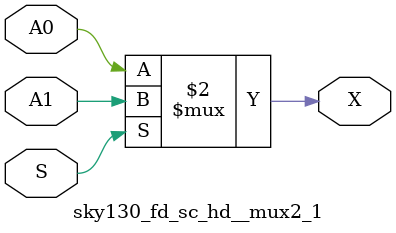
<source format=v>
/*

`ifndef SKY130_FD_SC_HD__MUX2_FUNCTIONAL_V
`define SKY130_FD_SC_HD__MUX2_FUNCTIONAL_V

`timescale 1ns / 1ps
`default_nettype none

*/

module sky130_fd_sc_hd__mux2_1(
	X,
	S,
	A1,
	A0);

input S;
input A1;
input A0;
output X;

assign X = (S == 1'b1)? A1:A0;

endmodule

/*
`default_nettype wire
`endif  // SKY130_FD_SC_HD__MUX2_FUNCTIONAL_V
*/

</source>
